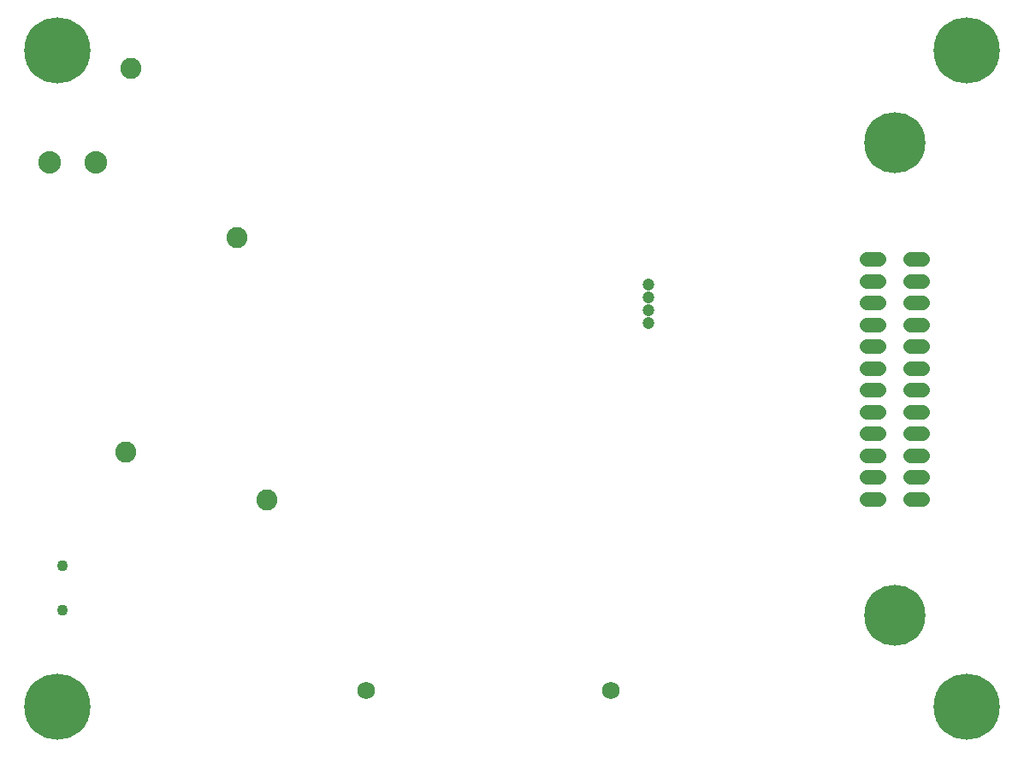
<source format=gbr>
G04 EAGLE Gerber RS-274X export*
G75*
%MOMM*%
%FSLAX34Y34*%
%LPD*%
%INSoldermask Bottom*%
%IPPOS*%
%AMOC8*
5,1,8,0,0,1.08239X$1,22.5*%
G01*
%ADD10C,1.753200*%
%ADD11C,2.235200*%
%ADD12C,1.422400*%
%ADD13C,6.045200*%
%ADD14C,6.553200*%
%ADD15C,1.103200*%
%ADD16C,2.082800*%
%ADD17C,1.203200*%


D10*
X598000Y66200D03*
X355400Y66200D03*
D11*
X42600Y589400D03*
X88320Y589400D03*
D12*
X850614Y493745D02*
X862806Y493745D01*
X862806Y472155D02*
X850614Y472155D01*
X850614Y450565D02*
X862806Y450565D01*
X862806Y428975D02*
X850614Y428975D01*
X850614Y407385D02*
X862806Y407385D01*
X862806Y385795D02*
X850614Y385795D01*
X850614Y364205D02*
X862806Y364205D01*
X862806Y342615D02*
X850614Y342615D01*
X850614Y321025D02*
X862806Y321025D01*
X862806Y299435D02*
X850614Y299435D01*
X850614Y277845D02*
X862806Y277845D01*
X862806Y256255D02*
X850614Y256255D01*
X893794Y493745D02*
X905986Y493745D01*
X905986Y472155D02*
X893794Y472155D01*
X893794Y450565D02*
X905986Y450565D01*
X905986Y428975D02*
X893794Y428975D01*
X893794Y407385D02*
X905986Y407385D01*
X905986Y385795D02*
X893794Y385795D01*
X893794Y364205D02*
X905986Y364205D01*
X905986Y342615D02*
X893794Y342615D01*
X893794Y321025D02*
X905986Y321025D01*
X905986Y299435D02*
X893794Y299435D01*
X893794Y277845D02*
X905986Y277845D01*
X905986Y256255D02*
X893794Y256255D01*
D13*
X878300Y608934D03*
X878300Y141066D03*
D14*
X50000Y50000D03*
X950000Y50000D03*
X950000Y700000D03*
X50000Y700000D03*
D15*
X55000Y189500D03*
X55000Y145500D03*
D16*
X227500Y515000D03*
X117500Y302500D03*
X257500Y255000D03*
X122500Y682500D03*
D17*
X635000Y429900D03*
X635000Y442600D03*
X635000Y455300D03*
X635000Y468000D03*
M02*

</source>
